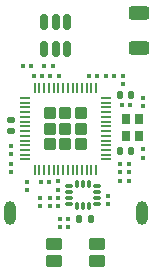
<source format=gbr>
%TF.GenerationSoftware,KiCad,Pcbnew,9.0.1*%
%TF.CreationDate,2025-07-17T15:45:22-04:00*%
%TF.ProjectId,flowstick_main_pcb,666c6f77-7374-4696-936b-5f6d61696e5f,rev?*%
%TF.SameCoordinates,Original*%
%TF.FileFunction,Paste,Top*%
%TF.FilePolarity,Positive*%
%FSLAX46Y46*%
G04 Gerber Fmt 4.6, Leading zero omitted, Abs format (unit mm)*
G04 Created by KiCad (PCBNEW 9.0.1) date 2025-07-17 15:45:22*
%MOMM*%
%LPD*%
G01*
G04 APERTURE LIST*
G04 Aperture macros list*
%AMRoundRect*
0 Rectangle with rounded corners*
0 $1 Rounding radius*
0 $2 $3 $4 $5 $6 $7 $8 $9 X,Y pos of 4 corners*
0 Add a 4 corners polygon primitive as box body*
4,1,4,$2,$3,$4,$5,$6,$7,$8,$9,$2,$3,0*
0 Add four circle primitives for the rounded corners*
1,1,$1+$1,$2,$3*
1,1,$1+$1,$4,$5*
1,1,$1+$1,$6,$7*
1,1,$1+$1,$8,$9*
0 Add four rect primitives between the rounded corners*
20,1,$1+$1,$2,$3,$4,$5,0*
20,1,$1+$1,$4,$5,$6,$7,0*
20,1,$1+$1,$6,$7,$8,$9,0*
20,1,$1+$1,$8,$9,$2,$3,0*%
G04 Aperture macros list end*
%ADD10RoundRect,0.079500X-0.079500X-0.100500X0.079500X-0.100500X0.079500X0.100500X-0.079500X0.100500X0*%
%ADD11RoundRect,0.079500X0.079500X0.100500X-0.079500X0.100500X-0.079500X-0.100500X0.079500X-0.100500X0*%
%ADD12RoundRect,0.079500X-0.100500X0.079500X-0.100500X-0.079500X0.100500X-0.079500X0.100500X0.079500X0*%
%ADD13RoundRect,0.079500X0.100500X-0.079500X0.100500X0.079500X-0.100500X0.079500X-0.100500X-0.079500X0*%
%ADD14O,1.000000X2.000000*%
%ADD15RoundRect,0.140000X0.140000X0.170000X-0.140000X0.170000X-0.140000X-0.170000X0.140000X-0.170000X0*%
%ADD16RoundRect,0.140000X-0.140000X-0.170000X0.140000X-0.170000X0.140000X0.170000X-0.140000X0.170000X0*%
%ADD17R,0.800000X0.900000*%
%ADD18RoundRect,0.087500X-0.225000X-0.087500X0.225000X-0.087500X0.225000X0.087500X-0.225000X0.087500X0*%
%ADD19RoundRect,0.087500X-0.087500X-0.225000X0.087500X-0.225000X0.087500X0.225000X-0.087500X0.225000X0*%
%ADD20RoundRect,0.140000X-0.170000X0.140000X-0.170000X-0.140000X0.170000X-0.140000X0.170000X0.140000X0*%
%ADD21RoundRect,0.250000X-0.450000X-0.275000X0.450000X-0.275000X0.450000X0.275000X-0.450000X0.275000X0*%
%ADD22RoundRect,0.250000X0.625000X-0.312500X0.625000X0.312500X-0.625000X0.312500X-0.625000X-0.312500X0*%
%ADD23RoundRect,0.250000X-0.285000X0.285000X-0.285000X-0.285000X0.285000X-0.285000X0.285000X0.285000X0*%
%ADD24RoundRect,0.050000X-0.050000X0.350000X-0.050000X-0.350000X0.050000X-0.350000X0.050000X0.350000X0*%
%ADD25RoundRect,0.050000X-0.350000X0.050000X-0.350000X-0.050000X0.350000X-0.050000X0.350000X0.050000X0*%
%ADD26RoundRect,0.150000X0.150000X-0.512500X0.150000X0.512500X-0.150000X0.512500X-0.150000X-0.512500X0*%
G04 APERTURE END LIST*
D10*
%TO.C,C11*%
X147355000Y-82100000D03*
X148045000Y-82100000D03*
%TD*%
%TO.C,R15*%
X148545000Y-82900000D03*
X147855000Y-82900000D03*
%TD*%
D11*
%TO.C,C18*%
X147145000Y-82900000D03*
X146455000Y-82900000D03*
%TD*%
D12*
%TO.C,R10*%
X148500000Y-91855000D03*
X148500000Y-92545000D03*
%TD*%
D13*
%TO.C,C14*%
X145900000Y-92590000D03*
X145900000Y-91900000D03*
%TD*%
D12*
%TO.C,C8*%
X154000000Y-82910000D03*
X154000000Y-83600000D03*
%TD*%
D14*
%TO.C,J3*%
X155600000Y-94500000D03*
%TD*%
D12*
%TO.C,C5*%
X155730000Y-89155000D03*
X155730000Y-89845000D03*
%TD*%
D10*
%TO.C,R14*%
X153785000Y-91100000D03*
X154475000Y-91100000D03*
%TD*%
D13*
%TO.C,R3*%
X144500000Y-91045000D03*
X144500000Y-90355000D03*
%TD*%
D12*
%TO.C,C13*%
X148500000Y-93255000D03*
X148500000Y-93945000D03*
%TD*%
D15*
%TO.C,C16*%
X151280000Y-95000000D03*
X150320000Y-95000000D03*
%TD*%
D13*
%TO.C,R8*%
X147000000Y-93945000D03*
X147000000Y-93255000D03*
%TD*%
D12*
%TO.C,R1*%
X152700000Y-93075000D03*
X152700000Y-93765000D03*
%TD*%
D11*
%TO.C,R7*%
X146225000Y-82100000D03*
X145535000Y-82100000D03*
%TD*%
D16*
%TO.C,C4*%
X153750000Y-84500000D03*
X154710000Y-84500000D03*
%TD*%
D13*
%TO.C,R4*%
X144500000Y-89545000D03*
X144500000Y-88855000D03*
%TD*%
D12*
%TO.C,C6*%
X155730000Y-84755000D03*
X155730000Y-85445000D03*
%TD*%
D17*
%TO.C,Y1*%
X155380000Y-88000000D03*
X155380000Y-86600000D03*
X154280000Y-86600000D03*
X154280000Y-88000000D03*
%TD*%
D12*
%TO.C,R11*%
X147800000Y-93255000D03*
X147800000Y-93945000D03*
%TD*%
D11*
%TO.C,C7*%
X151845000Y-82900000D03*
X151155000Y-82900000D03*
%TD*%
D16*
%TO.C,C3*%
X153750000Y-89300000D03*
X154710000Y-89300000D03*
%TD*%
D10*
%TO.C,R9*%
X147055000Y-91900000D03*
X147745000Y-91900000D03*
%TD*%
D18*
%TO.C,U5*%
X149437500Y-92250000D03*
X149437500Y-92750000D03*
X149437500Y-93250000D03*
X149437500Y-93750000D03*
D19*
X150100000Y-93912500D03*
X150600000Y-93912500D03*
X151100000Y-93912500D03*
D18*
X151762500Y-93750000D03*
X151762500Y-93250000D03*
X151762500Y-92750000D03*
X151762500Y-92250000D03*
D19*
X151100000Y-92087500D03*
X150600000Y-92087500D03*
X150100000Y-92087500D03*
%TD*%
D14*
%TO.C,J4*%
X144400000Y-94500000D03*
%TD*%
D20*
%TO.C,C2*%
X144500000Y-86620000D03*
X144500000Y-87580000D03*
%TD*%
D11*
%TO.C,R13*%
X154475000Y-91800000D03*
X153785000Y-91800000D03*
%TD*%
D21*
%TO.C,SW1*%
X148200000Y-97180000D03*
X151800000Y-97180000D03*
X148200000Y-98620000D03*
X151800000Y-98620000D03*
%TD*%
D22*
%TO.C,AE1*%
X155350000Y-80562500D03*
X155350000Y-77637500D03*
%TD*%
D23*
%TO.C,U1*%
X150460000Y-86070000D03*
X149130000Y-86070000D03*
X147800000Y-86070000D03*
X150460000Y-87400000D03*
X149130000Y-87400000D03*
X147800000Y-87400000D03*
X150460000Y-88730000D03*
X149130000Y-88730000D03*
X147800000Y-88730000D03*
D24*
X151730000Y-83950000D03*
X151330000Y-83950000D03*
X150930000Y-83950000D03*
X150530000Y-83950000D03*
X150130000Y-83950000D03*
X149730000Y-83950000D03*
X149330000Y-83950000D03*
X148930000Y-83950000D03*
X148530000Y-83950000D03*
X148130000Y-83950000D03*
X147730000Y-83950000D03*
X147330000Y-83950000D03*
X146930000Y-83950000D03*
X146530000Y-83950000D03*
D25*
X145680000Y-84800000D03*
X145680000Y-85200000D03*
X145680000Y-85600000D03*
X145680000Y-86000000D03*
X145680000Y-86400000D03*
X145680000Y-86800000D03*
X145680000Y-87200000D03*
X145680000Y-87600000D03*
X145680000Y-88000000D03*
X145680000Y-88400000D03*
X145680000Y-88800000D03*
X145680000Y-89200000D03*
X145680000Y-89600000D03*
X145680000Y-90000000D03*
D24*
X146530000Y-90850000D03*
X146930000Y-90850000D03*
X147330000Y-90850000D03*
X147730000Y-90850000D03*
X148130000Y-90850000D03*
X148530000Y-90850000D03*
X148930000Y-90850000D03*
X149330000Y-90850000D03*
X149730000Y-90850000D03*
X150130000Y-90850000D03*
X150530000Y-90850000D03*
X150930000Y-90850000D03*
X151330000Y-90850000D03*
X151730000Y-90850000D03*
D25*
X152580000Y-90000000D03*
X152580000Y-89600000D03*
X152580000Y-89200000D03*
X152580000Y-88800000D03*
X152580000Y-88400000D03*
X152580000Y-88000000D03*
X152580000Y-87600000D03*
X152580000Y-87200000D03*
X152580000Y-86800000D03*
X152580000Y-86400000D03*
X152580000Y-86000000D03*
X152580000Y-85600000D03*
X152580000Y-85200000D03*
X152580000Y-84800000D03*
%TD*%
D10*
%TO.C,R2*%
X148655000Y-95000000D03*
X149345000Y-95000000D03*
%TD*%
%TO.C,C15*%
X153785000Y-90400000D03*
X154475000Y-90400000D03*
%TD*%
%TO.C,L2*%
X152555000Y-82900000D03*
X153245000Y-82900000D03*
%TD*%
D11*
%TO.C,C17*%
X149345000Y-95700000D03*
X148655000Y-95700000D03*
%TD*%
%TO.C,L1*%
X154575000Y-85400000D03*
X153885000Y-85400000D03*
%TD*%
D26*
%TO.C,D1*%
X147350000Y-78362500D03*
X148300000Y-78362500D03*
X149250000Y-78362500D03*
X149250000Y-80637500D03*
X148300000Y-80637500D03*
X147350000Y-80637500D03*
%TD*%
M02*

</source>
